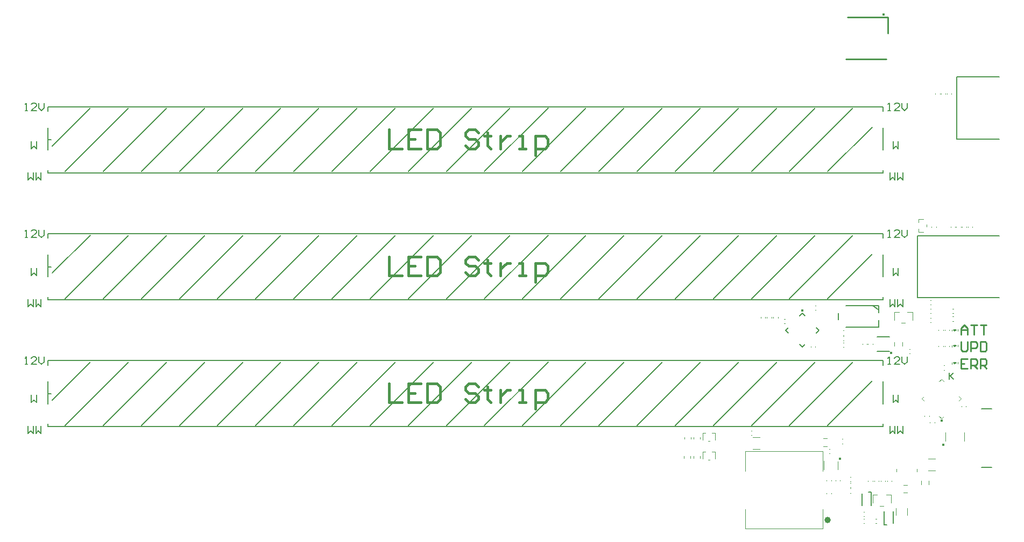
<source format=gto>
G04*
G04 #@! TF.GenerationSoftware,Altium Limited,CircuitStudio,1.5.2 (30)*
G04*
G04 Layer_Color=15065295*
%FSLAX25Y25*%
%MOIN*%
G70*
G01*
G75*
%ADD27C,0.03937*%
%ADD43C,0.00591*%
%ADD46C,0.00787*%
%ADD55C,0.00394*%
%ADD56C,0.01575*%
%ADD57C,0.01000*%
%ADD58C,0.00984*%
%ADD59C,0.01772*%
D27*
X-84646Y-5512D02*
D03*
D43*
X-54213Y108071D02*
X-46535D01*
X-54213Y99016D02*
X-46535D01*
X-91616Y113865D02*
X-89946Y112195D01*
X-91616Y110525D02*
X-89946Y112195D01*
X-100403Y101757D02*
X-98733Y103427D01*
X-102074D02*
X-100403Y101757D01*
X-110841Y112215D02*
X-109171Y110544D01*
X-110841Y112215D02*
X-109171Y113885D01*
X-100384Y122652D02*
X-98714Y120982D01*
X-102054D02*
X-100384Y122652D01*
X-63386Y3543D02*
Y10630D01*
X-57874Y3543D02*
Y11811D01*
X-59449D02*
X-57874D01*
X-49606Y-8661D02*
X-48031D01*
X-49606D02*
Y-394D01*
X-44094Y-7480D02*
Y-394D01*
X-50394Y224016D02*
Y237795D01*
X-84646Y210630D02*
X-57087Y238189D01*
X-226378Y210630D02*
X-187008Y250000D01*
X-202756Y210630D02*
X-163386Y250000D01*
X-179134Y210630D02*
X-139764Y250000D01*
X-155512Y210630D02*
X-116142Y250000D01*
X-131890Y210630D02*
X-92520Y250000D01*
X-108268Y210630D02*
X-68898Y250000D01*
X-368110Y210630D02*
X-328740Y250000D01*
X-344488Y210630D02*
X-305118Y250000D01*
X-320866Y210630D02*
X-281496Y250000D01*
X-297244Y210630D02*
X-257874Y250000D01*
X-273622Y210630D02*
X-234252Y250000D01*
X-250000Y210630D02*
X-210630Y250000D01*
X-391732Y210630D02*
X-352362Y250000D01*
X-415354Y210630D02*
X-375984Y250000D01*
X-438976Y210630D02*
X-399606Y250000D01*
X-462598Y210630D02*
X-423228Y250000D01*
X-486221Y210630D02*
X-446850Y250000D01*
X-509842Y210630D02*
X-470472Y250000D01*
X-533465Y210630D02*
X-494095Y250000D01*
X-557087Y210630D02*
X-517717Y250000D01*
X-564961Y226378D02*
X-541339Y250000D01*
X-567717Y230315D02*
X-565748D01*
X-567717D02*
Y232283D01*
Y250787D02*
X-50394D01*
X-567717Y209842D02*
X-50394D01*
X-567717Y248031D02*
Y250787D01*
Y224016D02*
Y237795D01*
Y209842D02*
Y211417D01*
X-50394Y209842D02*
Y211417D01*
Y248031D02*
Y250787D01*
Y169291D02*
Y172047D01*
Y131102D02*
Y132677D01*
X-567717Y131102D02*
Y132677D01*
Y145276D02*
Y159055D01*
Y169291D02*
Y172047D01*
Y131102D02*
X-50394D01*
X-567717Y172047D02*
X-50394D01*
X-567717Y151575D02*
Y153543D01*
Y151575D02*
X-565748D01*
X-564961Y147638D02*
X-541339Y171260D01*
X-557087Y131890D02*
X-517717Y171260D01*
X-533465Y131890D02*
X-494095Y171260D01*
X-509842Y131890D02*
X-470472Y171260D01*
X-486221Y131890D02*
X-446850Y171260D01*
X-462598Y131890D02*
X-423228Y171260D01*
X-438976Y131890D02*
X-399606Y171260D01*
X-415354Y131890D02*
X-375984Y171260D01*
X-391732Y131890D02*
X-352362Y171260D01*
X-250000Y131890D02*
X-210630Y171260D01*
X-273622Y131890D02*
X-234252Y171260D01*
X-297244Y131890D02*
X-257874Y171260D01*
X-320866Y131890D02*
X-281496Y171260D01*
X-344488Y131890D02*
X-305118Y171260D01*
X-368110Y131890D02*
X-328740Y171260D01*
X-108268Y131890D02*
X-68898Y171260D01*
X-131890Y131890D02*
X-92520Y171260D01*
X-155512Y131890D02*
X-116142Y171260D01*
X-179134Y131890D02*
X-139764Y171260D01*
X-202756Y131890D02*
X-163386Y171260D01*
X-226378Y131890D02*
X-187008Y171260D01*
X-84646Y131890D02*
X-57087Y159449D01*
X-50394Y145276D02*
Y159055D01*
Y66535D02*
Y80315D01*
X-84646Y53150D02*
X-57087Y80709D01*
X-226378Y53150D02*
X-187008Y92520D01*
X-202756Y53150D02*
X-163386Y92520D01*
X-179134Y53150D02*
X-139764Y92520D01*
X-155512Y53150D02*
X-116142Y92520D01*
X-131890Y53150D02*
X-92520Y92520D01*
X-108268Y53150D02*
X-68898Y92520D01*
X-368110Y53150D02*
X-328740Y92520D01*
X-344488Y53150D02*
X-305118Y92520D01*
X-320866Y53150D02*
X-281496Y92520D01*
X-297244Y53150D02*
X-257874Y92520D01*
X-273622Y53150D02*
X-234252Y92520D01*
X-250000Y53150D02*
X-210630Y92520D01*
X-391732Y53150D02*
X-352362Y92520D01*
X-415354Y53150D02*
X-375984Y92520D01*
X-438976Y53150D02*
X-399606Y92520D01*
X-462598Y53150D02*
X-423228Y92520D01*
X-486221Y53150D02*
X-446850Y92520D01*
X-509842Y53150D02*
X-470472Y92520D01*
X-533465Y53150D02*
X-494095Y92520D01*
X-557087Y53150D02*
X-517717Y92520D01*
X-564961Y68898D02*
X-541339Y92520D01*
X-567717Y72835D02*
X-565748D01*
X-567717D02*
Y74803D01*
Y93307D02*
X-50394D01*
X-567717Y52362D02*
X-50394D01*
X-567717Y90551D02*
Y93307D01*
Y66535D02*
Y80315D01*
Y52362D02*
Y53937D01*
X-50394Y52362D02*
Y53937D01*
Y90551D02*
Y93307D01*
X-56850Y127559D02*
X-52913Y124803D01*
Y123228D02*
Y127559D01*
X-73386D02*
X-52913D01*
X-78110Y118898D02*
Y122835D01*
X-73386Y114173D02*
X-52913D01*
Y118504D01*
X10590Y27087D02*
X16890D01*
X10590Y63465D02*
X16890D01*
X-29134Y170866D02*
X21654D01*
X-29134Y132283D02*
X21654D01*
X-29134D02*
Y170866D01*
X-4724Y230709D02*
Y269291D01*
Y230709D02*
X21654D01*
X-4724Y269291D02*
X21654D01*
X-6693Y102756D02*
X-5118D01*
X-5906Y101969D02*
X-5118Y102756D01*
X-6693D02*
X-5906Y101969D01*
X-6693Y112598D02*
X-5118D01*
X-5906Y111811D02*
X-5118Y112598D01*
X-6693D02*
X-5906Y111811D01*
X-6693Y92126D02*
X-5118D01*
X-5906Y91339D02*
X-5118Y92126D01*
X-6693D02*
X-5906Y91339D01*
X-9449Y81891D02*
Y85827D01*
Y84515D01*
X-6825Y81891D01*
X-8793Y83859D01*
X-6825Y85827D01*
D46*
X-581890Y248425D02*
X-580315D01*
X-581103D01*
Y253148D01*
X-581890Y252361D01*
X-574805Y248425D02*
X-577954D01*
X-574805Y251574D01*
Y252361D01*
X-575593Y253148D01*
X-577167D01*
X-577954Y252361D01*
X-573231Y253148D02*
Y249999D01*
X-571657Y248425D01*
X-570083Y249999D01*
Y253148D01*
X-577953Y229526D02*
Y224803D01*
X-576378Y226377D01*
X-574804Y224803D01*
Y229526D01*
X-579921Y210235D02*
Y205512D01*
X-578347Y207086D01*
X-576773Y205512D01*
Y210235D01*
X-575198D02*
Y205512D01*
X-573624Y207086D01*
X-572050Y205512D01*
Y210235D01*
X-46063D02*
Y205512D01*
X-44489Y207086D01*
X-42914Y205512D01*
Y210235D01*
X-41340D02*
Y205512D01*
X-39766Y207086D01*
X-38192Y205512D01*
Y210235D01*
X-44094Y229526D02*
Y224803D01*
X-42520Y226377D01*
X-40946Y224803D01*
Y229526D01*
X-47244Y248425D02*
X-45670D01*
X-46457D01*
Y253148D01*
X-47244Y252361D01*
X-40160Y248425D02*
X-43308D01*
X-40160Y251574D01*
Y252361D01*
X-40947Y253148D01*
X-42521D01*
X-43308Y252361D01*
X-38585Y253148D02*
Y249999D01*
X-37011Y248425D01*
X-35437Y249999D01*
Y253148D01*
X-581890Y169685D02*
X-580315D01*
X-581103D01*
Y174408D01*
X-581890Y173621D01*
X-574805Y169685D02*
X-577954D01*
X-574805Y172834D01*
Y173621D01*
X-575593Y174408D01*
X-577167D01*
X-577954Y173621D01*
X-573231Y174408D02*
Y171259D01*
X-571657Y169685D01*
X-570083Y171259D01*
Y174408D01*
X-577953Y150786D02*
Y146063D01*
X-576378Y147637D01*
X-574804Y146063D01*
Y150786D01*
X-579921Y131494D02*
Y126772D01*
X-578347Y128346D01*
X-576773Y126772D01*
Y131494D01*
X-575198D02*
Y126772D01*
X-573624Y128346D01*
X-572050Y126772D01*
Y131494D01*
X-46063D02*
Y126772D01*
X-44489Y128346D01*
X-42914Y126772D01*
Y131494D01*
X-41340D02*
Y126772D01*
X-39766Y128346D01*
X-38192Y126772D01*
Y131494D01*
X-44094Y150786D02*
Y146063D01*
X-42520Y147637D01*
X-40946Y146063D01*
Y150786D01*
X-47244Y169685D02*
X-45670D01*
X-46457D01*
Y174408D01*
X-47244Y173621D01*
X-40160Y169685D02*
X-43308D01*
X-40160Y172834D01*
Y173621D01*
X-40947Y174408D01*
X-42521D01*
X-43308Y173621D01*
X-38585Y174408D02*
Y171259D01*
X-37011Y169685D01*
X-35437Y171259D01*
Y174408D01*
X-581890Y90945D02*
X-580315D01*
X-581103D01*
Y95668D01*
X-581890Y94881D01*
X-574805Y90945D02*
X-577954D01*
X-574805Y94094D01*
Y94881D01*
X-575593Y95668D01*
X-577167D01*
X-577954Y94881D01*
X-573231Y95668D02*
Y92519D01*
X-571657Y90945D01*
X-570083Y92519D01*
Y95668D01*
X-577953Y72046D02*
Y67323D01*
X-576378Y68897D01*
X-574804Y67323D01*
Y72046D01*
X-579921Y52754D02*
Y48031D01*
X-578347Y49606D01*
X-576773Y48031D01*
Y52754D01*
X-575198D02*
Y48031D01*
X-573624Y49606D01*
X-572050Y48031D01*
Y52754D01*
X-46063D02*
Y48031D01*
X-44489Y49606D01*
X-42914Y48031D01*
Y52754D01*
X-41340D02*
Y48031D01*
X-39766Y49606D01*
X-38192Y48031D01*
Y52754D01*
X-44094Y72046D02*
Y67323D01*
X-42520Y68897D01*
X-40946Y67323D01*
Y72046D01*
X-47244Y90945D02*
X-45670D01*
X-46457D01*
Y95668D01*
X-47244Y94881D01*
X-40160Y90945D02*
X-43308D01*
X-40160Y94094D01*
Y94881D01*
X-40947Y95668D01*
X-42521D01*
X-43308Y94881D01*
X-38585Y95668D02*
Y92519D01*
X-37011Y90945D01*
X-35437Y92519D01*
Y95668D01*
D55*
X-135827Y-11024D02*
X-87795D01*
X-135827Y37008D02*
X-87795D01*
Y-11024D02*
Y1181D01*
X-135827Y-11024D02*
Y1181D01*
Y24803D02*
Y37008D01*
X-87795Y24803D02*
Y37008D01*
X-11811Y43504D02*
Y48622D01*
X0Y43504D02*
Y48622D01*
X-87047Y25866D02*
Y30984D01*
X-78307Y25787D02*
Y30906D01*
X-26422Y69685D02*
X-25030Y68293D01*
X-26422Y69685D02*
X-25030Y71077D01*
X-15565Y80542D02*
X-14173Y81934D01*
X-12781Y80542D01*
X-3316Y71077D02*
X-1924Y69685D01*
X-3316Y68293D02*
X-1924Y69685D01*
X-15565Y58828D02*
X-14173Y57436D01*
X-12781Y58828D01*
X-42126Y24409D02*
Y25984D01*
X-29528Y24409D02*
Y25984D01*
X-87402Y44980D02*
X-85039D01*
X-87402Y40059D02*
X-85039D01*
X-38484Y102362D02*
Y104724D01*
X-43406Y102362D02*
Y104724D01*
X-37795Y16240D02*
X-35433D01*
X-37795Y11319D02*
X-35433D01*
X-21949Y16535D02*
Y18898D01*
X-26870Y16535D02*
Y18898D01*
X-126181Y119882D02*
Y120276D01*
X-123425Y119882D02*
Y120276D01*
X-75000Y112008D02*
X-74606D01*
X-75000Y109252D02*
X-74606D01*
X-75000Y108465D02*
X-74606D01*
X-75000Y105709D02*
X-74606D01*
X-75000Y101772D02*
X-74606D01*
X-75000Y104528D02*
X-74606D01*
X-92323Y127362D02*
X-91929D01*
X-92323Y124606D02*
X-91929D01*
X-115551Y119882D02*
Y120276D01*
X-118307Y119882D02*
Y120276D01*
X-122244Y119882D02*
Y120276D01*
X-119488Y119882D02*
Y120276D01*
X-92323Y101772D02*
Y102165D01*
X-95079Y101772D02*
Y102165D01*
X-111614Y116339D02*
X-111221D01*
X-111614Y119095D02*
X-111221D01*
X-70669Y21063D02*
X-70276D01*
X-70669Y18307D02*
X-70276D01*
X-130905Y45669D02*
X-126575D01*
X-130905Y38583D02*
X-126575D01*
X-76968Y18701D02*
Y19094D01*
X-79724Y18701D02*
Y19094D01*
X-70669Y11220D02*
X-70276D01*
X-70669Y13976D02*
X-70276D01*
X-70669Y14764D02*
X-70276D01*
X-70669Y17520D02*
X-70276D01*
X-83661Y35630D02*
X-83268D01*
X-83661Y38386D02*
X-83268D01*
X-132087Y47047D02*
X-131693D01*
X-132087Y49803D02*
X-131693D01*
X-82480Y10827D02*
Y11220D01*
X-85236Y10827D02*
Y11220D01*
X-75787Y44685D02*
X-75394D01*
X-75787Y41929D02*
X-75394D01*
X-85236Y18701D02*
Y19094D01*
X-82480Y18701D02*
Y19094D01*
X-28445Y173227D02*
X-25394D01*
X-28445D02*
Y175197D01*
Y179134D02*
Y181101D01*
X-25394D01*
X-23425Y176575D02*
Y177756D01*
X-20276Y176181D02*
Y176575D01*
X-17520Y176181D02*
Y176575D01*
X4921Y176181D02*
Y176575D01*
X2165Y176181D02*
Y176575D01*
X-5709Y176181D02*
Y176575D01*
X-8465Y176181D02*
Y176575D01*
X-10827Y258858D02*
Y259252D01*
X-8071Y258858D02*
Y259252D01*
X-2165Y176181D02*
Y176575D01*
X-4921Y176181D02*
Y176575D01*
X-1378Y176181D02*
Y176575D01*
X1378Y176181D02*
Y176575D01*
X-15157Y258858D02*
Y259252D01*
X-17913Y258858D02*
Y259252D01*
X-11614Y258858D02*
Y259252D01*
X-14370Y258858D02*
Y259252D01*
X-32087Y118307D02*
Y123425D01*
X-35236D02*
X-32087D01*
X-43504D02*
X-40354D01*
X-43504Y118307D02*
Y123425D01*
X-38976Y116732D02*
X-36614D01*
X-173228Y44685D02*
Y45866D01*
X-169291Y44685D02*
Y45866D01*
X-173622Y32874D02*
Y34055D01*
X-169685Y32874D02*
Y34055D01*
X-158858Y43504D02*
X-157677D01*
X-162205Y48524D02*
X-160236D01*
X-162205Y44094D02*
Y48524D01*
X-154331Y44094D02*
Y48524D01*
X-156299D02*
X-154331D01*
X-158858Y31693D02*
X-157677D01*
X-162205Y36713D02*
X-160236D01*
X-162205Y32283D02*
Y36713D01*
X-154331Y32283D02*
Y36713D01*
X-156299D02*
X-154331D01*
X-167717Y44685D02*
Y45866D01*
X-163779Y44685D02*
Y45866D01*
X-167717Y32874D02*
Y34055D01*
X-163779Y32874D02*
Y34055D01*
X-21063Y130905D02*
X-20669D01*
X-21063Y128150D02*
X-20669D01*
X-21063Y125394D02*
X-20669D01*
X-21063Y122638D02*
X-20669D01*
X-21063Y119882D02*
X-20669D01*
X-21063Y117126D02*
X-20669D01*
X-7283Y117913D02*
X-6890D01*
X-7283Y120669D02*
X-6890D01*
X-7283Y122638D02*
X-6890D01*
X-7283Y125394D02*
X-6890D01*
X-12795Y90354D02*
X-12402D01*
X-12795Y87598D02*
X-12402D01*
X984Y64764D02*
Y65158D01*
X-1772Y64764D02*
Y65158D01*
X-15945Y112008D02*
Y112402D01*
X-13189Y112008D02*
Y112402D01*
X-9252Y112008D02*
Y112402D01*
X-12008Y112008D02*
Y112402D01*
X-15945Y102165D02*
Y102559D01*
X-13189Y102165D02*
Y102559D01*
X-9252Y102165D02*
Y102559D01*
X-12008Y102165D02*
Y102559D01*
X-7677Y101772D02*
Y102756D01*
X-4134Y101969D02*
Y102953D01*
X-7677Y111614D02*
Y112598D01*
X-4134Y111811D02*
Y112795D01*
X-7677Y91142D02*
Y92126D01*
X-4134Y91339D02*
Y92323D01*
X-18504Y54823D02*
Y55216D01*
X-21260Y54823D02*
Y55216D01*
X-21850Y58858D02*
Y59252D01*
X-24606Y58858D02*
Y59252D01*
X-47835Y18307D02*
Y18701D01*
X-45079Y18307D02*
Y18701D01*
X-55709Y18307D02*
Y18701D01*
X-52953Y18307D02*
Y18701D01*
X-59646Y18307D02*
Y18701D01*
X-56890Y18307D02*
Y18701D01*
X-59646Y103347D02*
Y103740D01*
X-56890Y103347D02*
Y103740D01*
X-62402Y-3347D02*
X-62008D01*
X-62402Y-591D02*
X-62008D01*
X-62402Y-4921D02*
X-62008D01*
X-62402Y-7677D02*
X-62008D01*
X-60433Y103347D02*
Y103740D01*
X-63189Y103347D02*
Y103740D01*
X-34055Y97835D02*
X-33661D01*
X-34055Y100591D02*
X-33661D01*
X-51772Y18307D02*
Y18701D01*
X-49016Y18307D02*
Y18701D01*
X-54921Y-7677D02*
X-54528D01*
X-54921Y-4921D02*
X-54528D01*
X-52362Y3150D02*
X-50197D01*
X-45472Y5118D02*
Y10236D01*
X-48425D02*
X-45472D01*
X-56890D02*
X-53937D01*
X-56890Y5118D02*
Y10236D01*
X-22244Y32283D02*
X-17913D01*
X-22244Y25197D02*
X-17913D01*
X-42520Y-2559D02*
Y1772D01*
X-35433Y-2559D02*
Y1772D01*
D56*
X-45276Y98032D02*
D03*
X-50000Y308268D02*
D03*
X-100394Y124454D02*
D03*
X-12905Y41063D02*
D03*
X-77165Y32283D02*
D03*
X-13895Y56044D02*
D03*
D57*
X-47244Y296457D02*
Y306299D01*
X-73228Y280315D02*
X-48425D01*
X-72236Y306299D02*
X-47244D01*
D58*
X1967Y94486D02*
X-1969D01*
Y88583D01*
X1967D01*
X-1969Y91535D02*
X-1D01*
X3935Y88583D02*
Y94486D01*
X6887D01*
X7871Y93502D01*
Y91535D01*
X6887Y90551D01*
X3935D01*
X5903D02*
X7871Y88583D01*
X9839D02*
Y94486D01*
X12790D01*
X13774Y93502D01*
Y91535D01*
X12790Y90551D01*
X9839D01*
X11807D02*
X13774Y88583D01*
X-1969Y105116D02*
Y100197D01*
X-985Y99213D01*
X983D01*
X1967Y100197D01*
Y105116D01*
X3935Y99213D02*
Y105116D01*
X6887D01*
X7871Y104132D01*
Y102164D01*
X6887Y101181D01*
X3935D01*
X9839Y105116D02*
Y99213D01*
X12790D01*
X13774Y100197D01*
Y104132D01*
X12790Y105116D01*
X9839D01*
X-1969Y109449D02*
Y113384D01*
X-1Y115352D01*
X1967Y113384D01*
Y109449D01*
Y112401D01*
X-1969D01*
X3935Y115352D02*
X7871D01*
X5903D01*
Y109449D01*
X9839Y115352D02*
X13774D01*
X11807D01*
Y109449D01*
D59*
X-356299Y236610D02*
Y224803D01*
X-348428D01*
X-336620Y236610D02*
X-344492D01*
Y224803D01*
X-336620D01*
X-344492Y230707D02*
X-340556D01*
X-332685Y236610D02*
Y224803D01*
X-326781D01*
X-324813Y226771D01*
Y234643D01*
X-326781Y236610D01*
X-332685D01*
X-301199Y234643D02*
X-303167Y236610D01*
X-307102D01*
X-309070Y234643D01*
Y232675D01*
X-307102Y230707D01*
X-303167D01*
X-301199Y228739D01*
Y226771D01*
X-303167Y224803D01*
X-307102D01*
X-309070Y226771D01*
X-295295Y234643D02*
Y232675D01*
X-297263D01*
X-293327D01*
X-295295D01*
Y226771D01*
X-293327Y224803D01*
X-287424Y232675D02*
Y224803D01*
Y228739D01*
X-285456Y230707D01*
X-283488Y232675D01*
X-281520D01*
X-275617Y224803D02*
X-271681D01*
X-273649D01*
Y232675D01*
X-275617D01*
X-265777Y220867D02*
Y232675D01*
X-259874D01*
X-257906Y230707D01*
Y226771D01*
X-259874Y224803D01*
X-265777D01*
X-356299Y157870D02*
Y146063D01*
X-348428D01*
X-336620Y157870D02*
X-344492D01*
Y146063D01*
X-336620D01*
X-344492Y151967D02*
X-340556D01*
X-332685Y157870D02*
Y146063D01*
X-326781D01*
X-324813Y148031D01*
Y155902D01*
X-326781Y157870D01*
X-332685D01*
X-301199Y155902D02*
X-303167Y157870D01*
X-307102D01*
X-309070Y155902D01*
Y153935D01*
X-307102Y151967D01*
X-303167D01*
X-301199Y149999D01*
Y148031D01*
X-303167Y146063D01*
X-307102D01*
X-309070Y148031D01*
X-295295Y155902D02*
Y153935D01*
X-297263D01*
X-293327D01*
X-295295D01*
Y148031D01*
X-293327Y146063D01*
X-287424Y153935D02*
Y146063D01*
Y149999D01*
X-285456Y151967D01*
X-283488Y153935D01*
X-281520D01*
X-275617Y146063D02*
X-271681D01*
X-273649D01*
Y153935D01*
X-275617D01*
X-265777Y142127D02*
Y153935D01*
X-259874D01*
X-257906Y151967D01*
Y148031D01*
X-259874Y146063D01*
X-265777D01*
X-356299Y79130D02*
Y67323D01*
X-348428D01*
X-336620Y79130D02*
X-344492D01*
Y67323D01*
X-336620D01*
X-344492Y73226D02*
X-340556D01*
X-332685Y79130D02*
Y67323D01*
X-326781D01*
X-324813Y69291D01*
Y77162D01*
X-326781Y79130D01*
X-332685D01*
X-301199Y77162D02*
X-303167Y79130D01*
X-307102D01*
X-309070Y77162D01*
Y75194D01*
X-307102Y73226D01*
X-303167D01*
X-301199Y71259D01*
Y69291D01*
X-303167Y67323D01*
X-307102D01*
X-309070Y69291D01*
X-295295Y77162D02*
Y75194D01*
X-297263D01*
X-293327D01*
X-295295D01*
Y69291D01*
X-293327Y67323D01*
X-287424Y75194D02*
Y67323D01*
Y71259D01*
X-285456Y73226D01*
X-283488Y75194D01*
X-281520D01*
X-275617Y67323D02*
X-271681D01*
X-273649D01*
Y75194D01*
X-275617D01*
X-265777Y63387D02*
Y75194D01*
X-259874D01*
X-257906Y73226D01*
Y69291D01*
X-259874Y67323D01*
X-265777D01*
M02*

</source>
